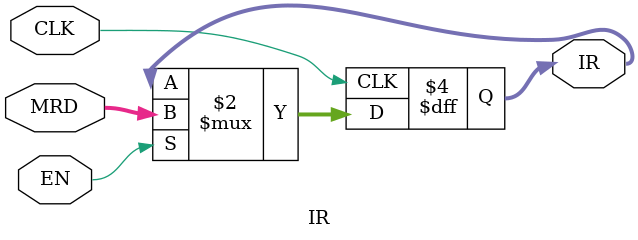
<source format=v>
`timescale 1ns / 1ps


module IR(input CLK, EN, input [31:0] MRD, output reg [31:0] IR);
always@(posedge CLK) begin

if(EN)begin
IR <= MRD;
end



end
endmodule

</source>
